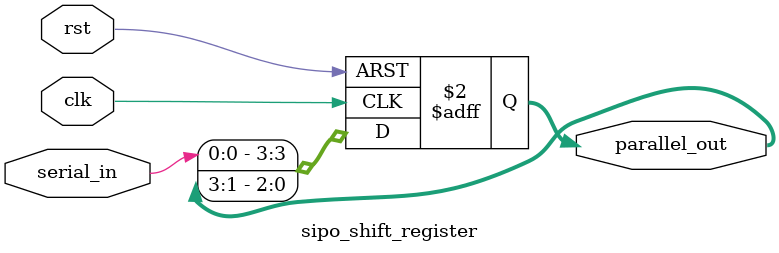
<source format=v>
module sipo_shift_register (
    input clk,
    input rst,
    input serial_in,
    output reg [3:0] parallel_out
);

always @(posedge clk or posedge rst) begin
    if (rst)
        parallel_out <= 4'b0000;
    else
        parallel_out <= {serial_in, parallel_out[3:1]}; // Right shift
end

endmodule

</source>
